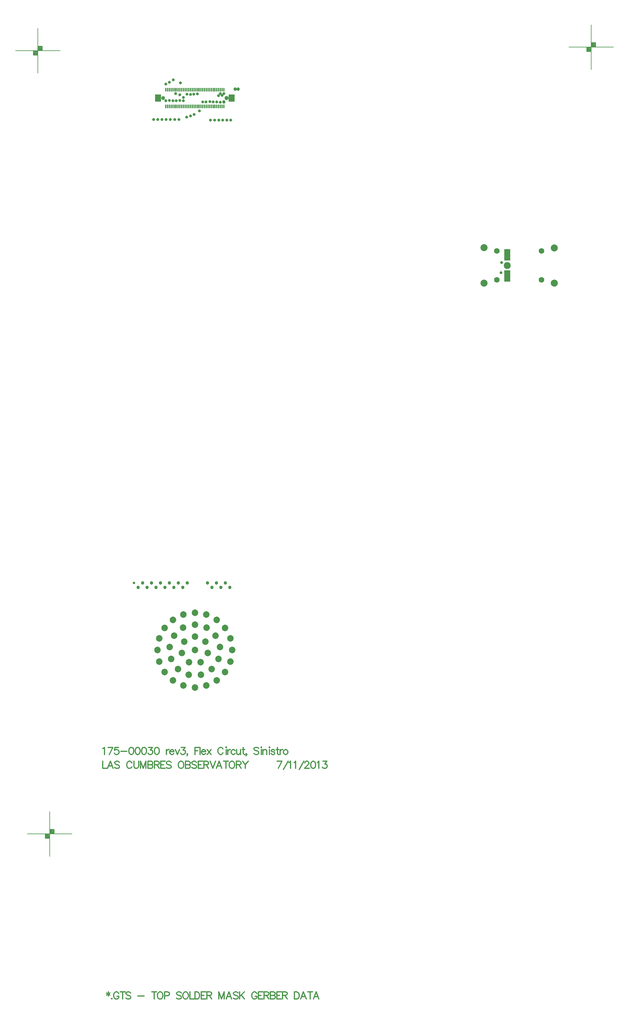
<source format=gts>
%FSLAX23Y23*%
%MOIN*%
G70*
G01*
G75*
G04 Layer_Color=8388736*
%ADD10C,0.030*%
%ADD11C,0.010*%
%ADD12R,0.059X0.118*%
%ADD13R,0.010X0.035*%
%ADD14R,0.063X0.071*%
%ADD15C,0.007*%
%ADD16C,0.008*%
%ADD17C,0.005*%
%ADD18C,0.012*%
%ADD19C,0.012*%
%ADD20C,0.012*%
%ADD21C,0.070*%
%ADD22C,0.065*%
%ADD23C,0.035*%
%ADD24C,0.039*%
%ADD25C,0.055*%
%ADD26C,0.071*%
%ADD27C,0.020*%
%ADD28C,0.030*%
%ADD29C,0.024*%
%ADD30C,0.008*%
%ADD31R,0.067X0.126*%
%ADD32R,0.018X0.043*%
%ADD33R,0.071X0.079*%
%ADD34C,0.078*%
%ADD35C,0.073*%
%ADD36C,0.043*%
%ADD37C,0.047*%
%ADD38C,0.063*%
%ADD39C,0.079*%
%ADD40C,0.028*%
%ADD41C,0.038*%
%ADD42C,0.032*%
D16*
X31094Y22868D02*
X31594D01*
X31344Y22618D02*
Y23118D01*
X31394Y22868D02*
Y22918D01*
X31344D02*
X31394D01*
X31294Y22818D02*
Y22868D01*
Y22818D02*
X31344D01*
X31299Y22863D02*
X31339D01*
X31299Y22823D02*
Y22863D01*
Y22823D02*
X31339D01*
Y22863D01*
X31304Y22858D02*
X31334D01*
X31304Y22828D02*
Y22858D01*
Y22828D02*
X31334D01*
Y22853D01*
X31309D02*
X31329D01*
X31309Y22833D02*
Y22853D01*
Y22833D02*
X31329D01*
Y22848D01*
X31314D02*
X31324D01*
X31314Y22838D02*
Y22848D01*
Y22838D02*
X31324D01*
Y22848D01*
X31314Y22843D02*
X31324D01*
X31349Y22913D02*
X31389D01*
X31349Y22873D02*
Y22913D01*
Y22873D02*
X31389D01*
Y22913D01*
X31354Y22908D02*
X31384D01*
X31354Y22878D02*
Y22908D01*
Y22878D02*
X31384D01*
Y22903D01*
X31359D02*
X31379D01*
X31359Y22883D02*
Y22903D01*
Y22883D02*
X31379D01*
Y22898D01*
X31364D02*
X31374D01*
X31364Y22888D02*
Y22898D01*
Y22888D02*
X31374D01*
Y22898D01*
X31364Y22893D02*
X31374D01*
X24895Y22828D02*
X25395D01*
X25145Y22578D02*
Y23078D01*
X25195Y22828D02*
Y22878D01*
X25145D02*
X25195D01*
X25095Y22778D02*
Y22828D01*
Y22778D02*
X25145D01*
X25100Y22823D02*
X25140D01*
X25100Y22783D02*
Y22823D01*
Y22783D02*
X25140D01*
Y22823D01*
X25105Y22818D02*
X25135D01*
X25105Y22788D02*
Y22818D01*
Y22788D02*
X25135D01*
Y22813D01*
X25110D02*
X25130D01*
X25110Y22793D02*
Y22813D01*
Y22793D02*
X25130D01*
Y22808D01*
X25115D02*
X25125D01*
X25115Y22798D02*
Y22808D01*
Y22798D02*
X25125D01*
Y22808D01*
X25115Y22803D02*
X25125D01*
X25150Y22873D02*
X25190D01*
X25150Y22833D02*
Y22873D01*
Y22833D02*
X25190D01*
Y22873D01*
X25155Y22868D02*
X25185D01*
X25155Y22838D02*
Y22868D01*
Y22838D02*
X25185D01*
Y22863D01*
X25160D02*
X25180D01*
X25160Y22843D02*
Y22863D01*
Y22843D02*
X25180D01*
Y22858D01*
X25165D02*
X25175D01*
X25165Y22848D02*
Y22858D01*
Y22848D02*
X25175D01*
Y22858D01*
X25165Y22853D02*
X25175D01*
X25030Y14069D02*
X25530D01*
X25280Y13819D02*
Y14319D01*
X25330Y14069D02*
Y14119D01*
X25280D02*
X25330D01*
X25230Y14019D02*
Y14069D01*
Y14019D02*
X25280D01*
X25235Y14064D02*
X25275D01*
X25235Y14024D02*
Y14064D01*
Y14024D02*
X25275D01*
Y14064D01*
X25240Y14059D02*
X25270D01*
X25240Y14029D02*
Y14059D01*
Y14029D02*
X25270D01*
Y14054D01*
X25245D02*
X25265D01*
X25245Y14034D02*
Y14054D01*
Y14034D02*
X25265D01*
Y14049D01*
X25250D02*
X25260D01*
X25250Y14039D02*
Y14049D01*
Y14039D02*
X25260D01*
Y14049D01*
X25250Y14044D02*
X25260D01*
X25285Y14114D02*
X25325D01*
X25285Y14074D02*
Y14114D01*
Y14074D02*
X25325D01*
Y14114D01*
X25290Y14109D02*
X25320D01*
X25290Y14079D02*
Y14109D01*
Y14079D02*
X25320D01*
Y14104D01*
X25295D02*
X25315D01*
X25295Y14084D02*
Y14104D01*
Y14084D02*
X25315D01*
Y14099D01*
X25300D02*
X25310D01*
X25300Y14089D02*
Y14099D01*
Y14089D02*
X25310D01*
Y14099D01*
X25300Y14094D02*
X25310D01*
D18*
X25935Y12300D02*
Y12254D01*
X25916Y12289D02*
X25954Y12266D01*
Y12289D02*
X25916Y12266D01*
X25975Y12228D02*
X25971Y12224D01*
X25975Y12220D01*
X25978Y12224D01*
X25975Y12228D01*
X26053Y12281D02*
X26049Y12289D01*
X26042Y12296D01*
X26034Y12300D01*
X26019D01*
X26011Y12296D01*
X26003Y12289D01*
X26000Y12281D01*
X25996Y12270D01*
Y12251D01*
X26000Y12239D01*
X26003Y12232D01*
X26011Y12224D01*
X26019Y12220D01*
X26034D01*
X26042Y12224D01*
X26049Y12232D01*
X26053Y12239D01*
Y12251D01*
X26034D02*
X26053D01*
X26098Y12300D02*
Y12220D01*
X26071Y12300D02*
X26125D01*
X26187Y12289D02*
X26180Y12296D01*
X26168Y12300D01*
X26153D01*
X26142Y12296D01*
X26134Y12289D01*
Y12281D01*
X26138Y12274D01*
X26142Y12270D01*
X26149Y12266D01*
X26172Y12258D01*
X26180Y12254D01*
X26184Y12251D01*
X26187Y12243D01*
Y12232D01*
X26180Y12224D01*
X26168Y12220D01*
X26153D01*
X26142Y12224D01*
X26134Y12232D01*
X26268Y12254D02*
X26337D01*
X26450Y12300D02*
Y12220D01*
X26423Y12300D02*
X26476D01*
X26509D02*
X26501Y12296D01*
X26494Y12289D01*
X26490Y12281D01*
X26486Y12270D01*
Y12251D01*
X26490Y12239D01*
X26494Y12232D01*
X26501Y12224D01*
X26509Y12220D01*
X26524D01*
X26532Y12224D01*
X26539Y12232D01*
X26543Y12239D01*
X26547Y12251D01*
Y12270D01*
X26543Y12281D01*
X26539Y12289D01*
X26532Y12296D01*
X26524Y12300D01*
X26509D01*
X26566Y12258D02*
X26600D01*
X26611Y12262D01*
X26615Y12266D01*
X26619Y12274D01*
Y12285D01*
X26615Y12293D01*
X26611Y12296D01*
X26600Y12300D01*
X26566D01*
Y12220D01*
X26753Y12289D02*
X26745Y12296D01*
X26734Y12300D01*
X26719D01*
X26707Y12296D01*
X26700Y12289D01*
Y12281D01*
X26703Y12274D01*
X26707Y12270D01*
X26715Y12266D01*
X26738Y12258D01*
X26745Y12254D01*
X26749Y12251D01*
X26753Y12243D01*
Y12232D01*
X26745Y12224D01*
X26734Y12220D01*
X26719D01*
X26707Y12224D01*
X26700Y12232D01*
X26794Y12300D02*
X26786Y12296D01*
X26779Y12289D01*
X26775Y12281D01*
X26771Y12270D01*
Y12251D01*
X26775Y12239D01*
X26779Y12232D01*
X26786Y12224D01*
X26794Y12220D01*
X26809D01*
X26817Y12224D01*
X26824Y12232D01*
X26828Y12239D01*
X26832Y12251D01*
Y12270D01*
X26828Y12281D01*
X26824Y12289D01*
X26817Y12296D01*
X26809Y12300D01*
X26794D01*
X26851D02*
Y12220D01*
X26896D01*
X26905Y12300D02*
Y12220D01*
Y12300D02*
X26932D01*
X26943Y12296D01*
X26951Y12289D01*
X26954Y12281D01*
X26958Y12270D01*
Y12251D01*
X26954Y12239D01*
X26951Y12232D01*
X26943Y12224D01*
X26932Y12220D01*
X26905D01*
X27026Y12300D02*
X26976D01*
Y12220D01*
X27026D01*
X26976Y12262D02*
X27007D01*
X27039Y12300D02*
Y12220D01*
Y12300D02*
X27073D01*
X27085Y12296D01*
X27089Y12293D01*
X27092Y12285D01*
Y12277D01*
X27089Y12270D01*
X27085Y12266D01*
X27073Y12262D01*
X27039D01*
X27066D02*
X27092Y12220D01*
X27173Y12300D02*
Y12220D01*
Y12300D02*
X27204Y12220D01*
X27234Y12300D02*
X27204Y12220D01*
X27234Y12300D02*
Y12220D01*
X27318D02*
X27287Y12300D01*
X27257Y12220D01*
X27268Y12247D02*
X27306D01*
X27390Y12289D02*
X27382Y12296D01*
X27371Y12300D01*
X27356D01*
X27344Y12296D01*
X27337Y12289D01*
Y12281D01*
X27340Y12274D01*
X27344Y12270D01*
X27352Y12266D01*
X27375Y12258D01*
X27382Y12254D01*
X27386Y12251D01*
X27390Y12243D01*
Y12232D01*
X27382Y12224D01*
X27371Y12220D01*
X27356D01*
X27344Y12224D01*
X27337Y12232D01*
X27408Y12300D02*
Y12220D01*
X27461Y12300D02*
X27408Y12247D01*
X27427Y12266D02*
X27461Y12220D01*
X27599Y12281D02*
X27595Y12289D01*
X27587Y12296D01*
X27580Y12300D01*
X27565D01*
X27557Y12296D01*
X27549Y12289D01*
X27546Y12281D01*
X27542Y12270D01*
Y12251D01*
X27546Y12239D01*
X27549Y12232D01*
X27557Y12224D01*
X27565Y12220D01*
X27580D01*
X27587Y12224D01*
X27595Y12232D01*
X27599Y12239D01*
Y12251D01*
X27580D02*
X27599D01*
X27667Y12300D02*
X27617D01*
Y12220D01*
X27667D01*
X27617Y12262D02*
X27648D01*
X27680Y12300D02*
Y12220D01*
Y12300D02*
X27714D01*
X27726Y12296D01*
X27730Y12293D01*
X27733Y12285D01*
Y12277D01*
X27730Y12270D01*
X27726Y12266D01*
X27714Y12262D01*
X27680D01*
X27707D02*
X27733Y12220D01*
X27751Y12300D02*
Y12220D01*
Y12300D02*
X27786D01*
X27797Y12296D01*
X27801Y12293D01*
X27805Y12285D01*
Y12277D01*
X27801Y12270D01*
X27797Y12266D01*
X27786Y12262D01*
X27751D02*
X27786D01*
X27797Y12258D01*
X27801Y12254D01*
X27805Y12247D01*
Y12235D01*
X27801Y12228D01*
X27797Y12224D01*
X27786Y12220D01*
X27751D01*
X27872Y12300D02*
X27822D01*
Y12220D01*
X27872D01*
X27822Y12262D02*
X27853D01*
X27885Y12300D02*
Y12220D01*
Y12300D02*
X27920D01*
X27931Y12296D01*
X27935Y12293D01*
X27939Y12285D01*
Y12277D01*
X27935Y12270D01*
X27931Y12266D01*
X27920Y12262D01*
X27885D01*
X27912D02*
X27939Y12220D01*
X28019Y12300D02*
Y12220D01*
Y12300D02*
X28046D01*
X28057Y12296D01*
X28065Y12289D01*
X28069Y12281D01*
X28073Y12270D01*
Y12251D01*
X28069Y12239D01*
X28065Y12232D01*
X28057Y12224D01*
X28046Y12220D01*
X28019D01*
X28152D02*
X28121Y12300D01*
X28091Y12220D01*
X28102Y12247D02*
X28140D01*
X28197Y12300D02*
Y12220D01*
X28170Y12300D02*
X28224D01*
X28294Y12220D02*
X28264Y12300D01*
X28233Y12220D01*
X28244Y12247D02*
X28283D01*
D19*
X25874Y14880D02*
Y14800D01*
X25920D01*
X25989D02*
X25959Y14880D01*
X25928Y14800D01*
X25940Y14827D02*
X25978D01*
X26061Y14868D02*
X26054Y14876D01*
X26042Y14880D01*
X26027D01*
X26016Y14876D01*
X26008Y14868D01*
Y14861D01*
X26012Y14853D01*
X26016Y14849D01*
X26023Y14846D01*
X26046Y14838D01*
X26054Y14834D01*
X26057Y14830D01*
X26061Y14823D01*
Y14811D01*
X26054Y14804D01*
X26042Y14800D01*
X26027D01*
X26016Y14804D01*
X26008Y14811D01*
X26199Y14861D02*
X26195Y14868D01*
X26188Y14876D01*
X26180Y14880D01*
X26165D01*
X26157Y14876D01*
X26150Y14868D01*
X26146Y14861D01*
X26142Y14849D01*
Y14830D01*
X26146Y14819D01*
X26150Y14811D01*
X26157Y14804D01*
X26165Y14800D01*
X26180D01*
X26188Y14804D01*
X26195Y14811D01*
X26199Y14819D01*
X26222Y14880D02*
Y14823D01*
X26225Y14811D01*
X26233Y14804D01*
X26244Y14800D01*
X26252D01*
X26264Y14804D01*
X26271Y14811D01*
X26275Y14823D01*
Y14880D01*
X26297D02*
Y14800D01*
Y14880D02*
X26327Y14800D01*
X26358Y14880D02*
X26327Y14800D01*
X26358Y14880D02*
Y14800D01*
X26381Y14880D02*
Y14800D01*
Y14880D02*
X26415D01*
X26427Y14876D01*
X26430Y14872D01*
X26434Y14865D01*
Y14857D01*
X26430Y14849D01*
X26427Y14846D01*
X26415Y14842D01*
X26381D02*
X26415D01*
X26427Y14838D01*
X26430Y14834D01*
X26434Y14827D01*
Y14815D01*
X26430Y14808D01*
X26427Y14804D01*
X26415Y14800D01*
X26381D01*
X26452Y14880D02*
Y14800D01*
Y14880D02*
X26486D01*
X26498Y14876D01*
X26502Y14872D01*
X26505Y14865D01*
Y14857D01*
X26502Y14849D01*
X26498Y14846D01*
X26486Y14842D01*
X26452D01*
X26479D02*
X26505Y14800D01*
X26573Y14880D02*
X26523D01*
Y14800D01*
X26573D01*
X26523Y14842D02*
X26554D01*
X26639Y14868D02*
X26632Y14876D01*
X26620Y14880D01*
X26605D01*
X26594Y14876D01*
X26586Y14868D01*
Y14861D01*
X26590Y14853D01*
X26594Y14849D01*
X26601Y14846D01*
X26624Y14838D01*
X26632Y14834D01*
X26636Y14830D01*
X26639Y14823D01*
Y14811D01*
X26632Y14804D01*
X26620Y14800D01*
X26605D01*
X26594Y14804D01*
X26586Y14811D01*
X26743Y14880D02*
X26735Y14876D01*
X26728Y14868D01*
X26724Y14861D01*
X26720Y14849D01*
Y14830D01*
X26724Y14819D01*
X26728Y14811D01*
X26735Y14804D01*
X26743Y14800D01*
X26758D01*
X26766Y14804D01*
X26773Y14811D01*
X26777Y14819D01*
X26781Y14830D01*
Y14849D01*
X26777Y14861D01*
X26773Y14868D01*
X26766Y14876D01*
X26758Y14880D01*
X26743D01*
X26800D02*
Y14800D01*
Y14880D02*
X26834D01*
X26845Y14876D01*
X26849Y14872D01*
X26853Y14865D01*
Y14857D01*
X26849Y14849D01*
X26845Y14846D01*
X26834Y14842D01*
X26800D02*
X26834D01*
X26845Y14838D01*
X26849Y14834D01*
X26853Y14827D01*
Y14815D01*
X26849Y14808D01*
X26845Y14804D01*
X26834Y14800D01*
X26800D01*
X26924Y14868D02*
X26917Y14876D01*
X26905Y14880D01*
X26890D01*
X26879Y14876D01*
X26871Y14868D01*
Y14861D01*
X26875Y14853D01*
X26879Y14849D01*
X26886Y14846D01*
X26909Y14838D01*
X26917Y14834D01*
X26921Y14830D01*
X26924Y14823D01*
Y14811D01*
X26917Y14804D01*
X26905Y14800D01*
X26890D01*
X26879Y14804D01*
X26871Y14811D01*
X26992Y14880D02*
X26942D01*
Y14800D01*
X26992D01*
X26942Y14842D02*
X26973D01*
X27005Y14880D02*
Y14800D01*
Y14880D02*
X27039D01*
X27051Y14876D01*
X27055Y14872D01*
X27058Y14865D01*
Y14857D01*
X27055Y14849D01*
X27051Y14846D01*
X27039Y14842D01*
X27005D01*
X27032D02*
X27058Y14800D01*
X27076Y14880D02*
X27107Y14800D01*
X27137Y14880D02*
X27107Y14800D01*
X27208D02*
X27178Y14880D01*
X27148Y14800D01*
X27159Y14827D02*
X27197D01*
X27254Y14880D02*
Y14800D01*
X27227Y14880D02*
X27280D01*
X27313D02*
X27305Y14876D01*
X27298Y14868D01*
X27294Y14861D01*
X27290Y14849D01*
Y14830D01*
X27294Y14819D01*
X27298Y14811D01*
X27305Y14804D01*
X27313Y14800D01*
X27328D01*
X27336Y14804D01*
X27343Y14811D01*
X27347Y14819D01*
X27351Y14830D01*
Y14849D01*
X27347Y14861D01*
X27343Y14868D01*
X27336Y14876D01*
X27328Y14880D01*
X27313D01*
X27370D02*
Y14800D01*
Y14880D02*
X27404D01*
X27415Y14876D01*
X27419Y14872D01*
X27423Y14865D01*
Y14857D01*
X27419Y14849D01*
X27415Y14846D01*
X27404Y14842D01*
X27370D01*
X27396D02*
X27423Y14800D01*
X27441Y14880D02*
X27471Y14842D01*
Y14800D01*
X27502Y14880D02*
X27471Y14842D01*
X27880Y14880D02*
X27841Y14800D01*
X27826Y14880D02*
X27880D01*
X27897Y14788D02*
X27951Y14880D01*
X27956Y14865D02*
X27964Y14868D01*
X27975Y14880D01*
Y14800D01*
X28015Y14865D02*
X28022Y14868D01*
X28034Y14880D01*
Y14800D01*
X28073Y14788D02*
X28127Y14880D01*
X28136Y14861D02*
Y14865D01*
X28140Y14872D01*
X28143Y14876D01*
X28151Y14880D01*
X28166D01*
X28174Y14876D01*
X28178Y14872D01*
X28182Y14865D01*
Y14857D01*
X28178Y14849D01*
X28170Y14838D01*
X28132Y14800D01*
X28185D01*
X28226Y14880D02*
X28215Y14876D01*
X28207Y14865D01*
X28203Y14846D01*
Y14834D01*
X28207Y14815D01*
X28215Y14804D01*
X28226Y14800D01*
X28234D01*
X28245Y14804D01*
X28253Y14815D01*
X28257Y14834D01*
Y14846D01*
X28253Y14865D01*
X28245Y14876D01*
X28234Y14880D01*
X28226D01*
X28275Y14865D02*
X28282Y14868D01*
X28294Y14880D01*
Y14800D01*
X28341Y14880D02*
X28383D01*
X28360Y14849D01*
X28371D01*
X28379Y14846D01*
X28383Y14842D01*
X28386Y14830D01*
Y14823D01*
X28383Y14811D01*
X28375Y14804D01*
X28364Y14800D01*
X28352D01*
X28341Y14804D01*
X28337Y14808D01*
X28333Y14815D01*
D20*
X25874Y15021D02*
X25881Y15025D01*
X25893Y15036D01*
Y14956D01*
X25986Y15036D02*
X25948Y14956D01*
X25933Y15036D02*
X25986D01*
X26049D02*
X26011D01*
X26008Y15002D01*
X26011Y15006D01*
X26023Y15010D01*
X26034D01*
X26046Y15006D01*
X26053Y14998D01*
X26057Y14987D01*
Y14979D01*
X26053Y14968D01*
X26046Y14960D01*
X26034Y14956D01*
X26023D01*
X26011Y14960D01*
X26008Y14964D01*
X26004Y14971D01*
X26075Y14991D02*
X26144D01*
X26190Y15036D02*
X26179Y15032D01*
X26171Y15021D01*
X26167Y15002D01*
Y14991D01*
X26171Y14971D01*
X26179Y14960D01*
X26190Y14956D01*
X26198D01*
X26209Y14960D01*
X26217Y14971D01*
X26220Y14991D01*
Y15002D01*
X26217Y15021D01*
X26209Y15032D01*
X26198Y15036D01*
X26190D01*
X26261D02*
X26250Y15032D01*
X26242Y15021D01*
X26238Y15002D01*
Y14991D01*
X26242Y14971D01*
X26250Y14960D01*
X26261Y14956D01*
X26269D01*
X26280Y14960D01*
X26288Y14971D01*
X26292Y14991D01*
Y15002D01*
X26288Y15021D01*
X26280Y15032D01*
X26269Y15036D01*
X26261D01*
X26332D02*
X26321Y15032D01*
X26313Y15021D01*
X26310Y15002D01*
Y14991D01*
X26313Y14971D01*
X26321Y14960D01*
X26332Y14956D01*
X26340D01*
X26351Y14960D01*
X26359Y14971D01*
X26363Y14991D01*
Y15002D01*
X26359Y15021D01*
X26351Y15032D01*
X26340Y15036D01*
X26332D01*
X26388D02*
X26430D01*
X26407Y15006D01*
X26419D01*
X26427Y15002D01*
X26430Y14998D01*
X26434Y14987D01*
Y14979D01*
X26430Y14968D01*
X26423Y14960D01*
X26411Y14956D01*
X26400D01*
X26388Y14960D01*
X26385Y14964D01*
X26381Y14971D01*
X26475Y15036D02*
X26463Y15032D01*
X26456Y15021D01*
X26452Y15002D01*
Y14991D01*
X26456Y14971D01*
X26463Y14960D01*
X26475Y14956D01*
X26483D01*
X26494Y14960D01*
X26502Y14971D01*
X26505Y14991D01*
Y15002D01*
X26502Y15021D01*
X26494Y15032D01*
X26483Y15036D01*
X26475D01*
X26586Y15010D02*
Y14956D01*
Y14987D02*
X26590Y14998D01*
X26598Y15006D01*
X26605Y15010D01*
X26617D01*
X26624Y14987D02*
X26670D01*
Y14994D01*
X26666Y15002D01*
X26662Y15006D01*
X26654Y15010D01*
X26643D01*
X26635Y15006D01*
X26628Y14998D01*
X26624Y14987D01*
Y14979D01*
X26628Y14968D01*
X26635Y14960D01*
X26643Y14956D01*
X26654D01*
X26662Y14960D01*
X26670Y14968D01*
X26687Y15010D02*
X26710Y14956D01*
X26732Y15010D02*
X26710Y14956D01*
X26753Y15036D02*
X26795D01*
X26772Y15006D01*
X26783D01*
X26791Y15002D01*
X26795Y14998D01*
X26799Y14987D01*
Y14979D01*
X26795Y14968D01*
X26787Y14960D01*
X26776Y14956D01*
X26764D01*
X26753Y14960D01*
X26749Y14964D01*
X26745Y14971D01*
X26824Y14960D02*
X26820Y14956D01*
X26817Y14960D01*
X26820Y14964D01*
X26824Y14960D01*
Y14952D01*
X26820Y14945D01*
X26817Y14941D01*
X26905Y15036D02*
Y14956D01*
Y15036D02*
X26954D01*
X26905Y14998D02*
X26935D01*
X26963Y15036D02*
Y14956D01*
X26980Y14987D02*
X27026D01*
Y14994D01*
X27022Y15002D01*
X27018Y15006D01*
X27010Y15010D01*
X26999D01*
X26991Y15006D01*
X26984Y14998D01*
X26980Y14987D01*
Y14979D01*
X26984Y14968D01*
X26991Y14960D01*
X26999Y14956D01*
X27010D01*
X27018Y14960D01*
X27026Y14968D01*
X27043Y15010D02*
X27085Y14956D01*
Y15010D02*
X27043Y14956D01*
X27221Y15017D02*
X27218Y15025D01*
X27210Y15032D01*
X27202Y15036D01*
X27187D01*
X27179Y15032D01*
X27172Y15025D01*
X27168Y15017D01*
X27164Y15006D01*
Y14987D01*
X27168Y14975D01*
X27172Y14968D01*
X27179Y14960D01*
X27187Y14956D01*
X27202D01*
X27210Y14960D01*
X27218Y14968D01*
X27221Y14975D01*
X27251Y15036D02*
X27255Y15032D01*
X27259Y15036D01*
X27255Y15040D01*
X27251Y15036D01*
X27255Y15010D02*
Y14956D01*
X27273Y15010D02*
Y14956D01*
Y14987D02*
X27277Y14998D01*
X27285Y15006D01*
X27292Y15010D01*
X27304D01*
X27357Y14998D02*
X27349Y15006D01*
X27341Y15010D01*
X27330D01*
X27322Y15006D01*
X27315Y14998D01*
X27311Y14987D01*
Y14979D01*
X27315Y14968D01*
X27322Y14960D01*
X27330Y14956D01*
X27341D01*
X27349Y14960D01*
X27357Y14968D01*
X27374Y15010D02*
Y14971D01*
X27378Y14960D01*
X27385Y14956D01*
X27397D01*
X27404Y14960D01*
X27416Y14971D01*
Y15010D02*
Y14956D01*
X27448Y15036D02*
Y14971D01*
X27452Y14960D01*
X27459Y14956D01*
X27467D01*
X27437Y15010D02*
X27463D01*
X27486Y14960D02*
X27482Y14956D01*
X27478Y14960D01*
X27482Y14964D01*
X27486Y14960D01*
Y14952D01*
X27482Y14945D01*
X27478Y14941D01*
X27620Y15025D02*
X27612Y15032D01*
X27601Y15036D01*
X27586D01*
X27574Y15032D01*
X27566Y15025D01*
Y15017D01*
X27570Y15010D01*
X27574Y15006D01*
X27582Y15002D01*
X27605Y14994D01*
X27612Y14991D01*
X27616Y14987D01*
X27620Y14979D01*
Y14968D01*
X27612Y14960D01*
X27601Y14956D01*
X27586D01*
X27574Y14960D01*
X27566Y14968D01*
X27645Y15036D02*
X27649Y15032D01*
X27653Y15036D01*
X27649Y15040D01*
X27645Y15036D01*
X27649Y15010D02*
Y14956D01*
X27667Y15010D02*
Y14956D01*
Y14994D02*
X27678Y15006D01*
X27686Y15010D01*
X27697D01*
X27705Y15006D01*
X27709Y14994D01*
Y14956D01*
X27737Y15036D02*
X27741Y15032D01*
X27745Y15036D01*
X27741Y15040D01*
X27737Y15036D01*
X27741Y15010D02*
Y14956D01*
X27801Y14998D02*
X27797Y15006D01*
X27786Y15010D01*
X27774D01*
X27763Y15006D01*
X27759Y14998D01*
X27763Y14991D01*
X27771Y14987D01*
X27790Y14983D01*
X27797Y14979D01*
X27801Y14971D01*
Y14968D01*
X27797Y14960D01*
X27786Y14956D01*
X27774D01*
X27763Y14960D01*
X27759Y14968D01*
X27829Y15036D02*
Y14971D01*
X27833Y14960D01*
X27841Y14956D01*
X27848D01*
X27818Y15010D02*
X27844D01*
X27860D02*
Y14956D01*
Y14987D02*
X27864Y14998D01*
X27871Y15006D01*
X27879Y15010D01*
X27890D01*
X27916D02*
X27909Y15006D01*
X27901Y14998D01*
X27897Y14987D01*
Y14979D01*
X27901Y14968D01*
X27909Y14960D01*
X27916Y14956D01*
X27928D01*
X27936Y14960D01*
X27943Y14968D01*
X27947Y14979D01*
Y14987D01*
X27943Y14998D01*
X27936Y15006D01*
X27928Y15010D01*
X27916D01*
D31*
X30404Y20543D02*
D03*
Y20307D02*
D03*
D32*
X27171Y22204D02*
D03*
X27191D02*
D03*
X27210D02*
D03*
X27230D02*
D03*
X26580Y22391D02*
D03*
X26600D02*
D03*
X26620D02*
D03*
X26639D02*
D03*
X26659D02*
D03*
X26679D02*
D03*
X26698D02*
D03*
X26718D02*
D03*
X26738D02*
D03*
X26757D02*
D03*
X26777D02*
D03*
X26797D02*
D03*
X26817D02*
D03*
X26836D02*
D03*
X26856D02*
D03*
X26876D02*
D03*
X26895D02*
D03*
X26915D02*
D03*
X26935D02*
D03*
X26954D02*
D03*
X26974D02*
D03*
X26994D02*
D03*
X27013D02*
D03*
X27033D02*
D03*
X27053D02*
D03*
X27072D02*
D03*
X27092D02*
D03*
X27112D02*
D03*
X27131D02*
D03*
X27151D02*
D03*
X27171D02*
D03*
X27191D02*
D03*
X27210D02*
D03*
X27230D02*
D03*
X26580Y22204D02*
D03*
X26600D02*
D03*
X26620D02*
D03*
X26639D02*
D03*
X26659D02*
D03*
X26679D02*
D03*
X26698D02*
D03*
X26718D02*
D03*
X26738D02*
D03*
X26757D02*
D03*
X26777D02*
D03*
X26797D02*
D03*
X26817D02*
D03*
X26836D02*
D03*
X26856D02*
D03*
X26876D02*
D03*
X26895D02*
D03*
X26915D02*
D03*
X26935D02*
D03*
X26954D02*
D03*
X26974D02*
D03*
X26994D02*
D03*
X27013D02*
D03*
X27033D02*
D03*
X27053D02*
D03*
X27072D02*
D03*
X27092D02*
D03*
X27112D02*
D03*
X27131D02*
D03*
X27151D02*
D03*
D33*
X27318Y22298D02*
D03*
X26492D02*
D03*
D34*
X30404Y20425D02*
D03*
D35*
X27303Y15995D02*
D03*
X27323Y16124D02*
D03*
X27303Y16253D02*
D03*
X27243Y16370D02*
D03*
X26905Y16124D02*
D03*
Y16274D02*
D03*
X26788Y16218D02*
D03*
X26759Y16091D02*
D03*
X26840Y15989D02*
D03*
X26970Y15989D02*
D03*
X27051Y16091D02*
D03*
X27022Y16218D02*
D03*
X26905Y16407D02*
D03*
X26774Y16375D02*
D03*
X26672Y16285D02*
D03*
X26624Y16158D02*
D03*
X26640Y16024D02*
D03*
X26717Y15912D02*
D03*
X26837Y15849D02*
D03*
X26973Y15849D02*
D03*
X27093Y15912D02*
D03*
X27170Y16024D02*
D03*
X27186Y16158D02*
D03*
X27138Y16285D02*
D03*
X27037Y16375D02*
D03*
X26905Y16542D02*
D03*
X26776Y16522D02*
D03*
X26659Y16462D02*
D03*
X26567Y16370D02*
D03*
X26508Y16253D02*
D03*
X26487Y16124D02*
D03*
X26508Y15995D02*
D03*
X26567Y15878D02*
D03*
X26659Y15786D02*
D03*
X26776Y15727D02*
D03*
X26905Y15706D02*
D03*
X27034Y15727D02*
D03*
X27151Y15786D02*
D03*
X27243Y15878D02*
D03*
X27151Y16462D02*
D03*
X27034Y16522D02*
D03*
D36*
X26551Y22298D02*
D03*
D37*
X27259D02*
D03*
D38*
X30786Y20264D02*
D03*
X30286D02*
D03*
X30786Y20587D02*
D03*
X30286D02*
D03*
D39*
X30142Y20623D02*
D03*
Y20229D02*
D03*
X30930Y20228D02*
D03*
Y20622D02*
D03*
D40*
X26224Y16873D02*
D03*
D41*
X26720Y16874D02*
D03*
X26770Y16824D02*
D03*
X26270D02*
D03*
X26370D02*
D03*
X27295D02*
D03*
X27195D02*
D03*
X27095D02*
D03*
X27245Y16874D02*
D03*
X27145D02*
D03*
X27045D02*
D03*
X26470Y16824D02*
D03*
X26570D02*
D03*
X26670D02*
D03*
X26320Y16874D02*
D03*
X26420D02*
D03*
X26520D02*
D03*
X26620D02*
D03*
X26820D02*
D03*
X27391Y22398D02*
D03*
X27355Y22397D02*
D03*
X27230Y22253D02*
D03*
D42*
X26679Y22057D02*
D03*
X26895Y22116D02*
D03*
X26855Y22099D02*
D03*
X26813Y22085D02*
D03*
X26816Y22341D02*
D03*
X26776Y22306D02*
D03*
X26737Y22335D02*
D03*
X26691Y22347D02*
D03*
X26662Y22502D02*
D03*
X26621Y22475D02*
D03*
X26579Y22456D02*
D03*
X26777Y22269D02*
D03*
X26738Y22270D02*
D03*
X26698Y22268D02*
D03*
X26659Y22269D02*
D03*
X26620Y22272D02*
D03*
X26579Y22269D02*
D03*
X26726Y22057D02*
D03*
X26631D02*
D03*
X26584Y22057D02*
D03*
X26537D02*
D03*
X26490Y22057D02*
D03*
X26442D02*
D03*
X30334Y20344D02*
D03*
X30339Y20459D02*
D03*
X27305Y22050D02*
D03*
X27262Y22051D02*
D03*
X27218D02*
D03*
X27173D02*
D03*
X27126Y22052D02*
D03*
X27080D02*
D03*
X26855Y22339D02*
D03*
X26894Y22342D02*
D03*
X26934Y22343D02*
D03*
X27230Y22349D02*
D03*
X27210Y22327D02*
D03*
X27189Y22349D02*
D03*
X27170Y22326D02*
D03*
X27190Y22251D02*
D03*
X27111Y22253D02*
D03*
X27031Y22254D02*
D03*
X27150D02*
D03*
X27072Y22257D02*
D03*
X26993Y22255D02*
D03*
X26955Y22153D02*
D03*
X26743Y22469D02*
D03*
M02*

</source>
